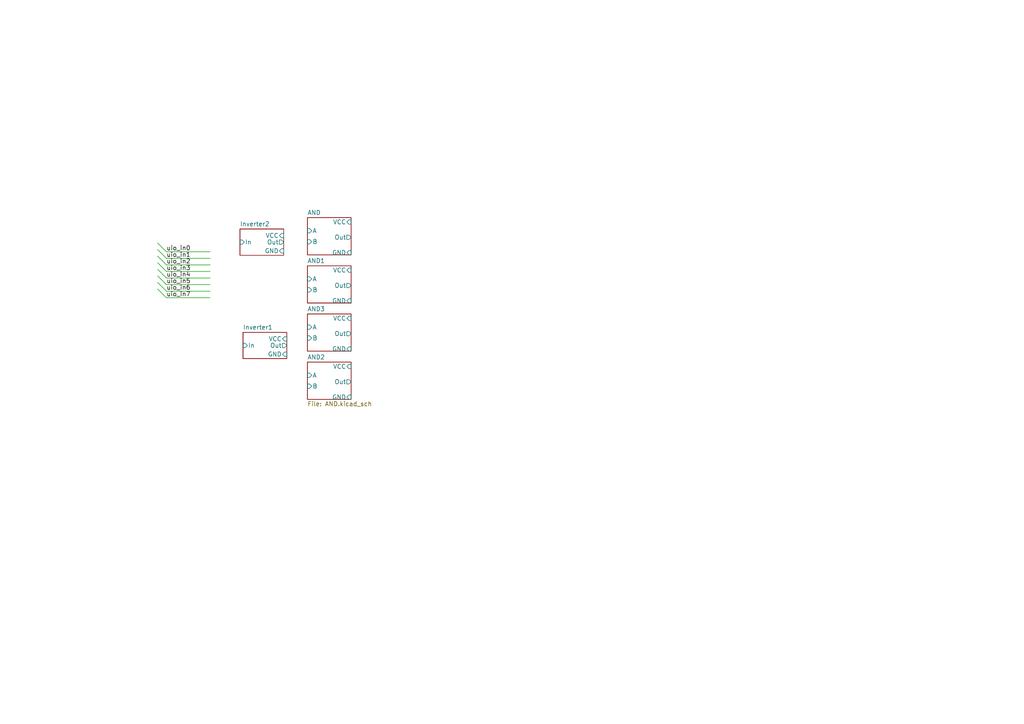
<source format=kicad_sch>
(kicad_sch (version 20230121) (generator eeschema)
  (paper "A4")
  (lib_symbols)
  (bus_entry (at 45.72 83.82) (size 2.54 2.54))
  (bus_entry (at 45.72 76.2) (size 2.54 2.54))
  (bus_entry (at 45.72 78.105) (size 2.54 2.54))
  (bus_entry (at 45.72 70.485) (size 2.54 2.54))
  (bus_entry (at 45.72 80.01) (size 2.54 2.54))
  (bus_entry (at 45.72 74.295) (size 2.54 2.54))
  (bus_entry (at 45.72 72.39) (size 2.54 2.54))
  (bus_entry (at 45.72 81.915) (size 2.54 2.54))
  (wire (pts (xy 48.26 76.835) (xy 60.96 76.835)))
  (wire (pts (xy 48.26 84.455) (xy 60.96 84.455)))
  (wire (pts (xy 48.26 74.93) (xy 60.96 74.93)))
  (wire (pts (xy 48.26 82.55) (xy 60.96 82.55)))
  (wire (pts (xy 48.26 86.36) (xy 60.96 86.36)))
  (wire (pts (xy 48.26 80.645) (xy 60.96 80.645)))
  (wire (pts (xy 48.26 73.025) (xy 60.96 73.025)))
  (wire (pts (xy 48.26 78.74) (xy 60.96 78.74)))
  (label "uio_in5" (at 48.26 82.55 0))
  (label "uio_in2" (at 48.26 76.835 0))
  (label "uio_in7" (at 48.26 86.36 0))
  (label "uio_in3" (at 48.26 78.74 0))
  (label "uio_in1" (at 48.26 74.93 0))
  (label "uio_in0" (at 48.26 73.025 0))
  (label "uio_in4" (at 48.26 80.645 0))
  (label "uio_in6" (at 48.26 84.455 0))
  (sheet (at 70.485 96.393) (size 12.7 7.62) (stroke (width 0.1524))
    (property "Sheetname" "Inverter1" (at 70.485 95.6814 0) (effects (justify left bottom)))
    (property "Sheetfile" "Inverter.kicad_sch" (effects hide))
    (pin "VCC" input (at 83.185 98.298 0))
    (pin "GND" input (at 83.185 102.743 0))
    (pin "Out" output (at 83.185 100.203 0))
    (pin "In" input (at 70.485 100.203 180))
  )
  (sheet (at 89.154 91.059) (size 12.7 10.795) (stroke (width 0.1524))
    (property "Sheetname" "AND3" (at 89.154 90.3474 0) (effects (justify left bottom)))
    (property "Sheetfile" "AND.kicad_sch" (effects hide))
    (pin "Out" output (at 101.854 96.774 0))
    (pin "GND" input (at 101.854 101.219 0))
    (pin "A" input (at 89.154 94.869 180))
    (pin "B" input (at 89.154 98.044 180))
    (pin "VCC" input (at 101.854 92.329 0))
  )
  (sheet (at 89.154 105.029) (size 12.7 10.795) (stroke (width 0.1524))
    (property "Sheetname" "AND2" (at 89.154 104.3174 0) (effects (justify left bottom)))
    (property "Sheetfile" "AND.kicad_sch" (at 89.154 116.4086 0) (effects (justify left top)))
    (pin "Out" output (at 101.854 110.744 0))
    (pin "GND" input (at 101.854 115.189 0))
    (pin "A" input (at 89.154 108.839 180))
    (pin "B" input (at 89.154 112.014 180))
    (pin "VCC" input (at 101.854 106.299 0))
  )
  (sheet (at 89.154 63.119) (size 12.7 10.795) (stroke (width 0.1524))
    (property "Sheetname" "AND" (at 89.154 62.4074 0) (effects (justify left bottom)))
    (property "Sheetfile" "AND.kicad_sch" (effects hide))
    (pin "Out" output (at 101.854 68.834 0))
    (pin "GND" input (at 101.854 73.279 0))
    (pin "A" input (at 89.154 66.929 180))
    (pin "B" input (at 89.154 70.104 180))
    (pin "VCC" input (at 101.854 64.389 0))
  )
  (sheet (at 89.154 77.089) (size 12.7 10.795) (stroke (width 0.1524))
    (property "Sheetname" "AND1" (at 89.154 76.3774 0) (effects (justify left bottom)))
    (property "Sheetfile" "AND.kicad_sch" (effects hide))
    (pin "Out" output (at 101.854 82.804 0))
    (pin "GND" input (at 101.854 87.249 0))
    (pin "A" input (at 89.154 80.899 180))
    (pin "B" input (at 89.154 84.074 180))
    (pin "VCC" input (at 101.854 78.359 0))
  )
  (sheet (at 69.596 66.421) (size 12.7 7.62) (stroke (width 0.1524))
    (property "Sheetname" "Inverter2" (at 69.596 65.7094 0) (effects (justify left bottom)))
    (property "Sheetfile" "Inverter.kicad_sch" (effects hide))
    (pin "VCC" input (at 82.296 68.326 0))
    (pin "GND" input (at 82.296 72.771 0))
    (pin "Out" output (at 82.296 70.231 0))
    (pin "In" input (at 69.596 70.231 180))
  )
)
</source>
